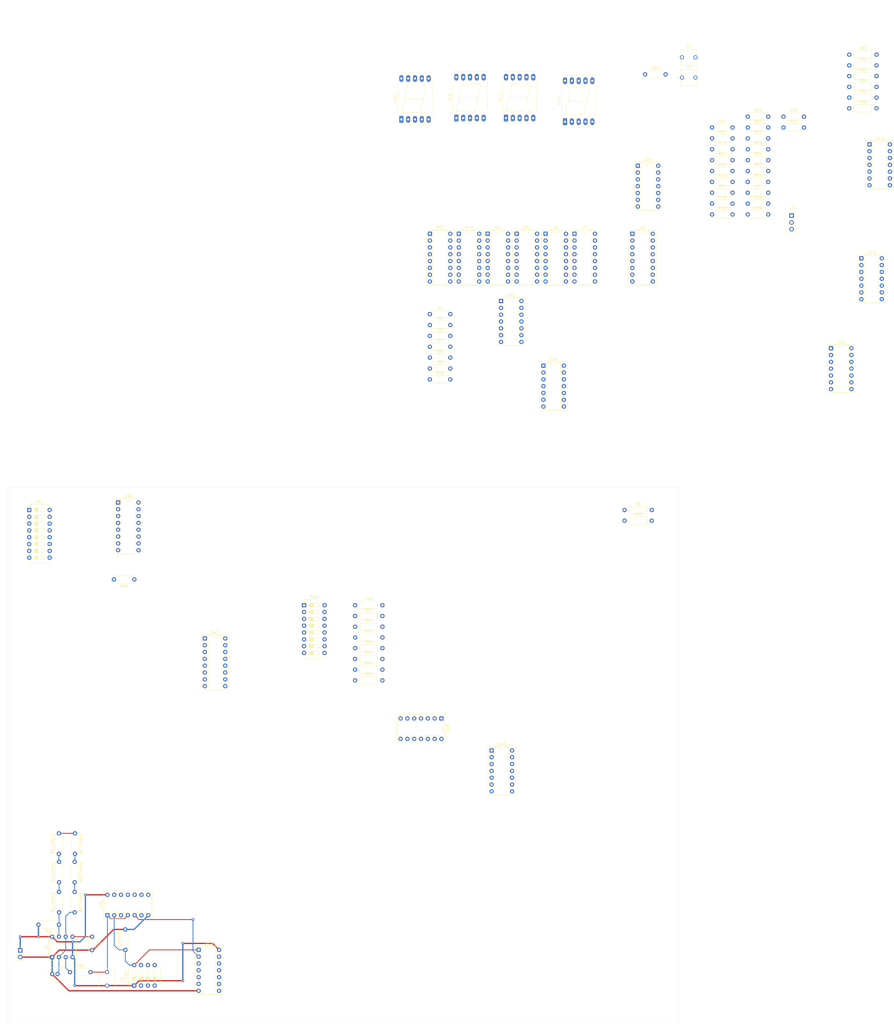
<source format=kicad_pcb>
(kicad_pcb (version 20241229) (generator "pcbnew") (generator_version "9.0")
  (layers (0 "F.Cu" signal) (2 "B.Cu" signal) (13 "F.Paste" user) (15 "B.Paste" user) (5 "F.SilkS" user "F.Silkscreen") (7 "B.SilkS" user "B.Silkscreen") (1 "F.Mask" user) (3 "B.Mask" user) (25 "Edge.Cuts" user))
  (net 0 "")
  (net 1 "Net-(U1-THRES)")
  (net 2 "+5V")
  (net 3 "Net-(U1-DISCH)")
  (net 4 "Net-(U6-a)")
  (net 5 "Net-(U1-OUT)")
  (net 6 "Net-(U14-B)")
  (net 7 "Net-(U14-F)")
  (net 8 "Net-(U14-A)")
  (net 9 "Net-(U14-C)")
  (net 10 "Net-(U14-G)")
  (net 11 "Net-(U14-D)")
  (net 12 "Net-(U14-E)")
  (net 13 "Net-(U15-B)")
  (net 14 "Net-(U15-D)")
  (net 15 "Net-(U15-E)")
  (net 16 "Net-(U15-A)")
  (net 17 "Net-(U15-C)")
  (net 18 "Net-(U15-F)")
  (net 19 "Net-(U15-G)")
  (net 20 "Net-(U16-B)")
  (net 21 "Net-(U16-E)")
  (net 22 "Net-(U16-F)")
  (net 23 "Net-(U16-A)")
  (net 24 "Net-(U16-G)")
  (net 25 "Net-(U16-C)")
  (net 26 "Net-(U16-D)")
  (net 27 "Net-(U17-G)")
  (net 28 "Net-(U17-A)")
  (net 29 "Net-(U17-D)")
  (net 30 "Net-(U17-C)")
  (net 31 "Net-(U17-B)")
  (net 32 "Net-(U17-F)")
  (net 33 "Net-(U17-E)")
  (net 34 "Net-(U6-b)")
  (net 35 "Net-(U6-c)")
  (net 36 "Net-(U6-d)")
  (net 37 "Net-(U6-e)")
  (net 38 "Net-(U6-f)")
  (net 39 "Net-(U6-g)")
  (net 40 "Net-(U4-a)")
  (net 41 "Net-(U4-b)")
  (net 42 "Net-(U4-c)")
  (net 43 "Net-(U4-d)")
  (net 44 "Net-(U4-e)")
  (net 45 "Net-(U4-f)")
  (net 46 "Net-(U4-g)")
  (net 47 "Net-(U7-a)")
  (net 48 "Net-(U7-b)")
  (net 49 "Net-(U7-c)")
  (net 50 "Net-(U7-d)")
  (net 51 "Net-(U7-e)")
  (net 52 "Net-(U7-f)")
  (net 53 "Net-(U7-g)")
  (net 54 "Net-(U9-a)")
  (net 55 "Net-(U9-b)")
  (net 56 "Net-(U9-c)")
  (net 57 "Net-(U9-d)")
  (net 58 "Net-(U9-e)")
  (net 59 "Net-(U9-f)")
  (net 60 "Net-(U9-g)")
  (net 61 "Net-(U10-I0d)")
  (net 62 "Net-(U10-I0c)")
  (net 63 "Net-(U10-I0a)")
  (net 64 "Net-(U11-3Y)")
  (net 65 "Net-(U11-2A)")
  (net 66 "Net-(U11-1A)")
  (net 67 "Net-(U11-3A)")
  (net 68 "Net-(U12-I)")
  (net 69 "Net-(U18-1A)")
  (net 70 "Net-(U12-H)")
  (net 71 "Net-(U18-1B)")
  (net 72 "Net-(U18-2A)")
  (net 73 "Net-(U13-1Y)")
  (net 74 "Net-(J2-Pin_2)")
  (net 77 "Net-(U20-1A)")
  (net 78 "Net-(U19-1Y)")
  (net 79 "Net-(U10-S)")
  (net 89 "Net-(U20-3A)")
  (net 91 "Net-(U18-2Y)")
  (net 92 "Net-(U18-1Y)")
  (net 95 "Net-(U12-L*G+H+I)")
  (net 97 "Net-(R1_Timer1-Pad2)")
  (net 98 "Net-(R2_Timer1-Pad2)")
  (net 99 "Net-(R3_Timer1-Pad2)")
  (net 100 "Net-(R4_Timer1-Pad2)")
  (net 101 "Net-(R5_Timer1-Pad2)")
  (net 110 "Net-(U24-2B)")
  (net 112 "GND")
  (net 113 "Net-(U10-I0b)")
  (net 125 "Net-(U19-2Y)")
  (net 140 "Net-(MT1-QB)")
  (net 141 "Net-(MT1-DOWN)")
  (net 142 "Net-(MT1-B)")
  (net 143 "Net-(MT1-QA)")
  (net 145 "Net-(MT1-D)")
  (net 146 "Net-(MT1-CLR)")
  (net 147 "Net-(MT1-~{LOAD})")
  (net 148 "Net-(MT1-UP)")
  (net 149 "Net-(MT1-QD)")
  (net 150 "Net-(MT1-C)")
  (net 151 "Net-(MT1-QC)")
  (net 153 "Net-(MT1-A)")
  (net 154 "Net-(MU1-DOWN)")
  (net 155 "Net-(MU1-A)")
  (net 156 "Net-(MU1-B)")
  (net 157 "Net-(MU1-QA)")
  (net 158 "Net-(MU1-QC)")
  (net 159 "Net-(MU1-QB)")
  (net 160 "Net-(MU1-D)")
  (net 161 "Net-(MU1-UP)")
  (net 162 "Net-(MU1-QD)")
  (net 163 "Net-(MU1-C)")
  (net 164 "Net-(SU1-A)")
  (net 165 "Net-(SU1-B)")
  (net 166 "Net-(SU1-C)")
  (net 167 "Net-(SU1-D)")
  (net 169 "Net-(ST1-DOWN)")
  (net 170 "Net-(ST1-~{LOAD})")
  (net 171 "Net-(ST1-C)")
  (net 172 "Net-(ST1-QD)")
  (net 173 "Net-(ST1-B)")
  (net 174 "Net-(ST1-A)")
  (net 175 "Net-(ST1-QA)")
  (net 176 "Net-(ST1-D)")
  (net 177 "Net-(ST1-QB)")
  (net 178 "Net-(ST1-UP)")
  (net 179 "Net-(ST1-CLR)")
  (net 180 "Net-(ST1-QC)")
  (net 181 "Net-(SU1-DOWN)")
  (net 182 "Net-(SU1-QC)")
  (net 183 "Net-(SU1-QD)")
  (net 184 "Net-(SU1-QB)")
  (net 185 "Net-(SU1-UP)")
  (net 186 "Net-(SU1-QA)")
  (net 187 "Net-(U1-CONT)")
  (net 189 "Net-(U13-6Y)")
  (footprint "Resistor_THT:R_Axial_DIN0207_L6.3mm_D2.5mm_P10.16mm_Horizontal" (layer "F.Cu") (at 129.42 68)
    (property "Reference" "R46")
    (property "Value" "330")
  )
  (footprint "Connector_PinSocket_2.54mm:PinSocket_1x03_P2.54mm_Vertical" (layer "F.Cu") (at 292.08 -101.175)
    (property "Reference" "J2")
    (property "Value" "Conn_01x03_Socket")
  )
  (footprint "Resistor_THT:R_Axial_DIN0207_L6.3mm_D2.5mm_P7.62mm_Horizontal" (layer "F.Cu") (at 275.775 -121.835)
    (property "Reference" "R24")
    (property "Value" "330")
  )
  (footprint "Resistor_THT:R_Axial_DIN0207_L6.3mm_D2.5mm_P10.16mm_Horizontal" (layer "F.Cu") (at 129.42 44)
    (property "Reference" "R40")
    (property "Value" "330")
  )
  (footprint "Resistor_THT:R_Axial_DIN0207_L6.3mm_D2.5mm_P7.62mm_Horizontal" (layer "F.Cu") (at 275.775 -117.785)
    (property "Reference" "R25")
    (property "Value" "330")
  )
  (footprint "Resistor_THT:R_Axial_DIN0207_L6.3mm_D2.5mm_P7.62mm_Horizontal" (layer "F.Cu") (at 275.775 -101.585)
    (property "Reference" "R29")
    (property "Value" "330")
  )
  (footprint "Footprints:SW_BUTT-2" (layer "F.Cu") (at 253.745 -152.585)
    (property "Reference" "S4")
    (property "Value" "BUTT-2")
  )
  (footprint "Package_DIP:DIP-16_W7.62mm_Socket" (layer "F.Cu") (at 168.06 -94.4)
    (property "Reference" "MU1")
    (property "Value" "74LS192")
  )
  (footprint "Button_Switch_THT:SW_DIP_SPSTx08_Slide_6.7x21.88mm_W7.62mm_P2.54mm_LowProfile" (layer "F.Cu") (at 7.96 8.5)
    (property "Reference" "SW1")
    (property "Value" "SW_DIP_x08")
  )
  (footprint "Resistor_THT:R_Axial_DIN0207_L6.3mm_D2.5mm_P7.62mm_Horizontal" (layer "F.Cu") (at 43.8 172.4 90)
    (property "Reference" "R_Mode1")
    (property "Value" "330")
  )
  (footprint "Resistor_THT:R_Axial_DIN0207_L6.3mm_D2.5mm_P7.62mm_Horizontal" (layer "F.Cu") (at 262.465 -121.835)
    (property "Reference" "R14")
    (property "Value" "330")
  )
  (footprint "Resistor_THT:R_Axial_DIN0207_L6.3mm_D2.5mm_P7.62mm_Horizontal" (layer "F.Cu") (at 262.465 -105.635)
    (property "Reference" "R18")
    (property "Value" "330")
  )
  (footprint "Resistor_THT:R_Axial_DIN0207_L6.3mm_D2.5mm_P7.62mm_Horizontal" (layer "F.Cu") (at 23.18 180.7)
    (property "Reference" "R39")
    (property "Value" "330")
  )
  (footprint "Resistor_THT:R_Axial_DIN0207_L6.3mm_D2.5mm_P7.62mm_Horizontal" (layer "F.Cu") (at 47.13 34.4 180)
    (property "Reference" "R49")
    (property "Value" "330")
  )
  (footprint "Display_7Segment:7SegmentLED_LTS6760_LTS6780" (layer "F.Cu") (at 185.665 -137.515 90)
    (property "Reference" "U17")
    (property "Value" "HDSP-A151")
  )
  (footprint "Resistor_THT:R_Axial_DIN0207_L6.3mm_D2.5mm_P10.16mm_Horizontal" (layer "F.Cu") (at 129.42 72)
    (property "Reference" "R47")
    (property "Value" "330")
  )
  (footprint "Resistor_THT:R_Axial_DIN0207_L6.3mm_D2.5mm_P7.62mm_Horizontal" (layer "F.Cu") (at 262.465 -113.735)
    (property "Reference" "R16")
    (property "Value" "330")
  )
  (footprint "Resistor_THT:R_Axial_DIN0207_L6.3mm_D2.5mm_P10.16mm_Horizontal" (layer "F.Cu") (at 313.585 -161.135)
    (property "Reference" "R33")
    (property "Value" "330")
  )
  (footprint "Resistor_THT:R_Axial_DIN0207_L6.3mm_D2.5mm_P7.62mm_Horizontal" (layer "F.Cu") (at 275.775 -113.735)
    (property "Reference" "R26")
    (property "Value" "330")
  )
  (footprint "Package_DIP:DIP-14_W7.62mm_Socket" (layer "F.Cu") (at 234.775 -119.755)
    (property "Reference" "U23")
    (property "Value" "SN74HC32N")
  )
  (footprint "Resistor_THT:R_Axial_DIN0207_L6.3mm_D2.5mm_P7.62mm_Horizontal" (layer "F.Cu") (at 25 128.99 -90)
    (property "Reference" "R4_Timer1")
    (property "Value" "10k")
  )
  (footprint "Resistor_THT:R_Axial_DIN0207_L6.3mm_D2.5mm_P10.16mm_Horizontal" (layer "F.Cu") (at 313.585 -149.135)
    (property "Reference" "R36")
    (property "Value" "330")
  )
  (footprint "Footprints:SW_BUTT-2" (layer "F.Cu") (at 253.745 -160.135)
    (property "Reference" "S3")
    (property "Value" "BUTT-2")
  )
  (footprint "Resistor_THT:R_Axial_DIN0207_L6.3mm_D2.5mm_P10.16mm_Horizontal" (layer "F.Cu") (at 313.585 -157.135)
    (property "Reference" "R34")
    (property "Value" "330")
  )
  (footprint "Button_Switch_THT:SW_DIP_SPSTx08_Slide_6.7x21.88mm_W7.62mm_P2.54mm_LowProfile" (layer "F.Cu") (at 110.4 44)
    (property "Reference" "SW3")
    (property "Value" "SW_DIP_x08")
  )
  (footprint "Resistor_THT:R_Axial_DIN0207_L6.3mm_D2.5mm_P10.16mm_Horizontal" (layer "F.Cu") (at 229.84 12.5)
    (property "Reference" "R32")
    (property "Value" "330")
  )
  (footprint "Resistor_THT:R_Axial_DIN0207_L6.3mm_D2.5mm_P10.16mm_Horizontal" (layer "F.Cu") (at 229.84 8.5)
    (property "Reference" "R3")
    (property "Value" "330")
  )
  (footprint "Resistor_THT:R_Axial_DIN0207_L6.3mm_D2.5mm_P7.62mm_Horizontal" (layer "F.Cu") (at 157.27 -56.35)
    (property "Reference" "R6")
    (property "Value" "330")
  )
  (footprint "Resistor_THT:R_Axial_DIN0207_L6.3mm_D2.5mm_P10.16mm_Horizontal" (layer "F.Cu") (at 313.585 -145.135)
    (property "Reference" "R37")
    (property "Value" "330")
  )
  (footprint "Resistor_THT:R_Axial_DIN0207_L6.3mm_D2.5mm_P7.62mm_Horizontal" (layer "F.Cu") (at 262.465 -125.885)
    (property "Reference" "R13")
    (property "Value" "330")
  )
  (footprint "Connector_PinSocket_2.54mm:PinSocket_1x02_P2.54mm_Vertical" (layer "F.Cu") (at 4.6 172.56)
    (property "Reference" "J1" (hide yes))
    (property "Value" "Conn_01x02_Socket")
  )
  (footprint "Package_DIP:DIP-14_W7.62mm_Socket" (layer "F.Cu") (at 321.125 -127.715)
    (property "Reference" "U11")
    (property "Value" "SN74HC04N")
  )
  (footprint "Package_DIP:DIP-16_W7.62mm_Socket" (layer "F.Cu") (at 157.28 -94.4)
    (property "Reference" "MT1")
    (property "Value" "74LS192")
  )
  (footprint "Resistor_THT:R_Axial_DIN0207_L6.3mm_D2.5mm_P7.62mm_Horizontal" (layer "F.Cu") (at 157.27 -52.3)
    (property "Reference" "R7")
    (property "Value" "330")
  )
  (footprint "Resistor_THT:R_Axial_DIN0207_L6.3mm_D2.5mm_P7.62mm_Horizontal" (layer "F.Cu") (at 19.1 158.41 90)
    (property "Reference" "R1_Timer1")
    (property "Value" "22k")
  )
  (footprint "Package_DIP:DIP-16_W7.62mm_Socket" (layer "F.Cu") (at 73.4 56.36)
    (property "Reference" "SU1")
    (property "Value" "74LS192")
  )
  (footprint "Resistor_THT:R_Axial_DIN0207_L6.3mm_D2.5mm_P7.62mm_Horizontal" (layer "F.Cu") (at 157.27 -48.25)
    (property "Reference" "R8")
    (property "Value" "330")
  )
  (footprint "Resistor_THT:R_Axial_DIN0207_L6.3mm_D2.5mm_P7.62mm_Horizontal" (layer "F.Cu") (at 275.775 -125.885)
    (property "Reference" "R23")
    (property "Value" "330")
  )
  (footprint "Resistor_THT:R_Axial_DIN0207_L6.3mm_D2.5mm_P7.62mm_Horizontal" (layer "F.Cu") (at 157.27 -64.45)
    (property "Reference" "R4")
    (property "Value" "330")
  )
  (footprint "Resistor_THT:R_Axial_DIN0207_L6.3mm_D2.5mm_P7.62mm_Horizontal" (layer "F.Cu") (at 289.085 -133.985)
    (property "Reference" "R31")
    (property "Value" "330")
  )
  (footprint "Package_DIP:DIP-14_W7.62mm_Socket" (layer "F.Cu") (at 183.785 -69.335)
    (property "Reference" "U22")
    (property "Value" "CD4023BE")
  )
  (footprint "Display_7Segment:7SegmentLED_LTS6760_LTS6780" (layer "F.Cu") (at 207.665 -136.165 90)
    (property "Reference" "U14")
    (property "Value" "HDSP-A151")
  )
  (footprint "Package_DIP:DIP-14_W7.62mm_Socket" (layer "F.Cu") (at 37.1 159.5 90)
    (property "Reference" "U20")
    (property "Value" "SN74HC32N")
  )
  (footprint "Resistor_THT:R_Axial_DIN0207_L6.3mm_D2.5mm_P10.16mm_Horizontal" (layer "F.Cu") (at 129.42 48)
    (property "Reference" "R41")
    (property "Value" "330")
  )
  (footprint "Resistor_THT:R_Axial_DIN0207_L6.3mm_D2.5mm_P7.62mm_Horizontal" (layer "F.Cu") (at 262.465 -129.935)
    (property "Reference" "R12")
    (property "Value" "330")
  )
  (footprint "Package_DIP:DIP-16_W7.62mm_Socket" (layer "F.Cu") (at 41.09 5.71)
    (property "Reference" "U10")
    (property "Value" "74LS157")
  )
  (footprint "Package_DIP:DIP-14_W7.62mm_Socket" (layer "F.Cu") (at 180.3 98.1)
    (property "Reference" "U19")
    (property "Value" "SN74HC08N")
  )
  (footprint "Resistor_THT:R_Axial_DIN0207_L6.3mm_D2.5mm_P7.62mm_Horizontal" (layer "F.Cu") (at 275.775 -138.035)
    (property "Reference" "R20")
    (property "Value" "330")
  )
  (footprint "Resistor_THT:R_Axial_DIN0207_L6.3mm_D2.5mm_P7.62mm_Horizontal" (layer "F.Cu") (at 262.465 -133.985)
    (property "Reference" "R11")
    (property "Value" "330")
  )
  (footprint "Capacitor_THT:C_Disc_D5.0mm_W2.5mm_P5.00mm" (layer "F.Cu") (at 31.4 167.5 -90)
    (property "Reference" "C2")
    (property "Value" "10n")
  )
  (footprint "Package_DIP:DIP-16_W7.62mm_Socket" (layer "F.Cu") (at 211.18 -94.4)
    (property "Reference" "U7")
    (property "Value" "74LS47")
  )
  (footprint "Resistor_THT:R_Axial_DIN0207_L6.3mm_D2.5mm_P7.62mm_Horizontal" (layer "F.Cu") (at 19.1 147.21 90)
    (property "Reference" "R2_Timer1")
    (property "Value" "22k")
  )
  (footprint "Package_DIP:DIP-16_W7.62mm_Socket" (layer "F.Cu") (at 232.74 -94.4)
    (property "Reference" "U9")
    (property "Value" "74LS47")
  )
  (footprint "Resistor_THT:R_Axial_DIN0207_L6.3mm_D2.5mm_P7.62mm_Horizontal" (layer "F.Cu") (at 157.27 -60.4)
    (property "Reference" "R5")
    (property "Value" "330")
  )
  (footprint "Capacitor_THT:C_Radial_D5.0mm_H11.0mm_P2.00mm" (layer "F.Cu") (at 18.5 181.4 180)
    (property "Reference" "C1")
    (property "Value" "10u")
  )
  (footprint "Resistor_THT:R_Axial_DIN0207_L6.3mm_D2.5mm_P7.62mm_Horizontal" (layer "F.Cu") (at 275.775 -133.985)
    (property "Reference" "R21")
    (property "Value" "330")
  )
  (footprint "Resistor_THT:R_Axial_DIN0207_L6.3mm_D2.5mm_P7.62mm_Horizontal" (layer "F.Cu") (at 262.465 -109.685)
    (property "Reference" "R17")
    (property "Value" "330")
  )
  (footprint "Resistor_THT:R_Axial_DIN0207_L6.3mm_D2.5mm_P10.16mm_Horizontal" (layer "F.Cu") (at 313.585 -153.135)
    (property "Reference" "R35")
    (property "Value" "330")
  )
  (footprint "Package_DIP:DIP-16_W7.62mm_Socket" (layer "F.Cu") (at 178.84 -94.4)
    (property "Reference" "U4")
    (property "Value" "74LS47")
  )
  (footprint "Package_DIP:DIP-14_W7.62mm_Socket" (layer "F.Cu") (at 199.595 -45.25)
    (property "Reference" "U24")
    (property "Value" "SN74HC08N")
  )
  (footprint "Resistor_THT:R_Axial_DIN0207_L6.3mm_D2.5mm_P10.16mm_Horizontal" (layer "F.Cu") (at 129.44 60)
    (property "Reference" "R44")
    (property "Value" "330")
  )
  (footprint "Package_DIP:DIP-16_W7.62mm_Socket" (layer "F.Cu") (at 189.62 -94.4)
    (property "Reference" "ST1")
    (property "Value" "74LS192")
  )
  (footprint "Resistor_THT:R_Axial_DIN0207_L6.3mm_D2.5mm_P7.62mm_Horizontal" (layer "F.Cu") (at 262.465 -101.585)
    (property "Reference" "R19")
    (property "Value" "330")
  )
  (footprint "Resistor_THT:R_Axial_DIN0207_L6.3mm_D2.5mm_P7.62mm_Horizontal" (layer "F.Cu") (at 24.9 150.8 -90)
    (property "Reference" "R6_Timer1")
    (property "Value" "10k")
  )
  (footprint "Resistor_THT:R_Axial_DIN0207_L6.3mm_D2.5mm_P7.62mm_Horizontal" (layer "F.Cu") (at 289.085 -138.035)
    (property "Reference" "R30")
    (property "Value" "330")
  )
  (footprint "Package_DIP:DIP-14_W7.62mm_Socket" (layer "F.Cu") (at 71.1 172.4)
    (property "Reference" "U13")
    (property "Value" "SN74HC04N")
  )
  (footprint "Package_DIP:DIP-8_W7.62mm_Socket" (layer "F.Cu") (at 16.49 175.11 90)
    (property "Reference" "U1")
    (property "Value" "NE555P")
  )
  (footprint "Resistor_THT:R_Axial_DIN0207_L6.3mm_D2.5mm_P7.62mm_Horizontal" (layer "F.Cu") (at 157.27 -44.2)
    (property "Reference" "R9")
    (property "Value" "330")
  )
  (footprint "Package_DIP:DIP-14_W7.62mm_Socket" (layer "F.Cu") (at 306.775 -51.755)
    (property "Reference" "U21")
    (property "Value" "CD4075BE")
  )
  (footprint "Package_DIP:DIP-14_W7.62mm_Socket" (layer "F.Cu") (at 161.6 86.18 -90)
    (property "Reference" "U18")
    (property "Value" "SN74HC32N")
  )
  (footprint "Resistor_THT:R_Axial_DIN0207_L6.3mm_D2.5mm_P7.62mm_Horizontal" (layer "F.Cu") (at 19 136.61 90)
    (property "Reference" "R3_Timer1")
    (property "Value" "10k")
  )
  (footprint "Resistor_THT:R_Axial_DIN0207_L6.3mm_D2.5mm_P7.62mm_Horizontal" (layer "F.Cu") (at 157.27 -40.15)
    (property "Reference" "R10")
    (property "Value" "330")
  )
  (footprint "Resistor_THT:R_Axial_DIN0207_L6.3mm_D2.5mm_P7.62mm_Horizontal" (layer "F.Cu") (at 24.9 139.6 -90)
    (property "Reference" "R5_Timer1")
    (property "Value" "10k")
  )
  (footprint "Display_7Segment:7SegmentLED_LTS6760_LTS6780" (layer "F.Cu") (at 167.165 -137.515 90)
    (property "Reference" "U16")
    (property "Value" "HDSP-A151")
  )
  (footprint "Button_Switch_THT:SW_DIP_SPSTx04_Slide_6.7x11.72mm_W7.62mm_P2.54mm_LowProfile" (layer "F.Cu") (at 47.1 185.7 90)
    (property "Reference" "SW2")
    (property "Value" "SW_DIP_x04")
  )
  (footprint "Resistor_THT:R_Axial_DIN0207_L6.3mm_D2.5mm_P10.16mm_Horizontal" (layer "F.Cu") (at 129.44 56)
    (property "Reference" "R43")
    (property "Value" "330")
  )
  (footprint "Resistor_THT:R_Axial_DIN0207_L6.3mm_D2.5mm_P7.62mm_Horizontal" (layer "F.Cu") (at 237.51 -153.785)
    (property "Reference" "R50")
    (property "Value" "10k")
  )
  (footprint "Resistor_THT:R_Axial_DIN0207_L6.3mm_D2.5mm_P10.16mm_Horizontal" (layer "F.Cu") (at 129.42 64)
    (property "Reference" "R45")
    (property "Value" "330")
  )
  (footprint "Display_7Segment:7SegmentLED_LTS6760_LTS6780" (layer "F.Cu") (at 146.665 -137.015 90)
    (property "Reference" "U15")
    (property "Value" "HDSP-A151")
  )
  (footprint "Package_DIP:DIP-16_W7.62mm_Socket" (layer "F.Cu") (at 200.4 -94.4)
    (property "Reference" "U6")
    (property "Value" "74LS47")
  )
  (footprint "Resistor_THT:R_Axial_DIN0207_L6.3mm_D2.5mm_P7.62mm_Horizontal" (layer "F.Cu") (at 275.775 -109.685)
    (property "Reference" "R27")
    (property "Value" "330")
  )
  (footprint "Package_DIP:DIP-14_W7.62mm_Socket" (layer "F.Cu") (at 318.105 -85.255)
    (property "Reference" "U12")
    (property "Value" "CD4075BE")
  )
  (footprint "Resistor_THT:R_Axial_DIN0207_L6.3mm_D2.5mm_P10.16mm_Horizontal" (layer "F.Cu") (at 129.44 52)
    (property "Reference" "R42")
    (property "Value" "330")
  )
  (footprint "Footprints:SW_BUTT-2" (layer "F.Cu") (at 37 183.2355 -90)
    (property "Reference" "S5")
    (property "Value" "BUTT-2")
  )
  (footprint "Resistor_THT:R_Axial_DIN0207_L6.3mm_D2.5mm_P7.62mm_Horizontal" (layer "F.Cu") (at 19.01 163 180)
    (property "Reference" "R1")
    (property "Value" "1k")
  )
  (footprint "Resistor_THT:R_Axial_DIN0207_L6.3mm_D2.5mm_P7.62mm_Horizontal" (layer "F.Cu") (at 262.465 -117.785)
    (property "Reference" "R15")
    (property "Value" "330")
  )
  (footprint "Resistor_THT:R_Axial_DIN0207_L6.3mm_D2.5mm_P10.16mm_Horizontal" (layer "F.Cu") (at 313.585 -141.135)
    (property "Reference" "R38")
    (property "Value" "330")
  )
  (footprint "Resistor_THT:R_Axial_DIN0207_L6.3mm_D2.5mm_P7.62mm_Horizontal" (layer "F.Cu") (at 275.775 -129.935)
    (property "Reference" "R22")
    (property "Value" "330")
  )
  (footprint "Resistor_THT:R_Axial_DIN0207_L6.3mm_D2.5mm_P7.62mm_Horizontal" (layer "F.Cu") (at 275.775 -105.635)
    (property "Reference" "R28")
    (property "Value" "330")
  )
  (gr_line (start 0 200) (end 250 200) (stroke (width 0.05)) (layer "Edge.Cuts"))
  (gr_line (start 250 200) (end 250 0) (stroke (width 0.05)) (layer "Edge.Cuts"))
  (gr_line (start 250 0) (end 0 0) (stroke (width 0.05)) (layer "Edge.Cuts"))
  (gr_line (start 0 0) (end 0 200) (stroke (width 0.05)) (layer "Edge.Cuts"))
  (segment (start 19.03 180.87) (end 18.5 181.4) (width 0.3) (layer "B.Cu") (net 1))
  (segment (start 23.08 158.42) (end 21.57 159.93) (width 0.3) (layer "B.Cu") (net 1))
  (segment (start 24.9 158.42) (end 23.08 158.42) (width 0.3) (layer "B.Cu") (net 1))
  (segment (start 21.57 172.53) (end 21.57 167.49) (width 0.3) (layer "B.Cu") (net 1))
  (segment (start 21.57 159.93) (end 21.57 167.49) (width 0.3) (layer "B.Cu") (net 1))
  (segment (start 19.03 175.07) (end 21.57 172.53) (width 0.3) (layer "B.Cu") (net 1))
  (segment (start 19.03 175.11) (end 19.03 180.87) (width 0.3) (layer "B.Cu") (net 1))
  (segment (start 19.03 175.11) (end 19.03 175.07) (width 0.3) (layer "B.Cu") (net 1))
  (segment (start 18.4 169.4) (end 16.49 167.49) (width 0.5) (layer "F.Cu") (net 2))
  (segment (start 47.1 185.7) (end 48.9 183.9) (width 0.5) (layer "F.Cu") (net 2))
  (segment (start 4.61 167.49) (end 11.4 167.49) (width 0.5) (layer "F.Cu") (net 2))
  (segment (start 37.0355 185.7) (end 37 185.7355) (width 0.5) (layer "F.Cu") (net 2))
  (segment (start 11.4 167.49) (end 16.49 167.49) (width 0.5) (layer "F.Cu") (net 2))
  (segment (start 76.32 170) (end 78.72 172.4) (width 0.5) (layer "F.Cu") (net 2))
  (segment (start 47.1 185.7) (end 37.0355 185.7) (width 0.5) (layer "F.Cu") (net 2))
  (segment (start 4.6 167.5) (end 4.61 167.49) (width 0.5) (layer "F.Cu") (net 2))
  (segment (start 24.909999 185.690001) (end 24.955498 185.7355) (width 0.5) (layer "F.Cu") (net 2))
  (segment (start 24.1 169.4) (end 18.4 169.4) (width 0.5) (layer "F.Cu") (net 2))
  (segment (start 24.955498 185.7355) (end 37 185.7355) (width 0.5) (layer "F.Cu") (net 2))
  (segment (start 65.2 170) (end 76.32 170) (width 0.5) (layer "F.Cu") (net 2))
  (segment (start 48.9 183.9) (end 65.2 183.9) (width 0.5) (layer "F.Cu") (net 2))
  (segment (start 28.9 151.88) (end 37.1 151.88) (width 0.5) (layer "F.Cu") (net 2))
  (via (at 4.6 167.5) (size 1) (drill 0.4) (layers "F.Cu" "B.Cu") (net 2))
  (via (at 65.2 170) (size 1) (drill 0.4) (layers "F.Cu" "B.Cu") (net 2))
  (via (at 28.9 151.88) (size 1) (drill 0.4) (layers "F.Cu" "B.Cu") (net 2))
  (via (at 11.4 167.49) (size 1) (drill 0.4) (layers "F.Cu" "B.Cu") (net 2))
  (via (at 65.2 183.9) (size 1) (drill 0.4) (layers "F.Cu" "B.Cu") (net 2))
  (via (at 24.1 169.4) (size 1) (drill 0.4) (layers "F.Cu" "B.Cu") (net 2))
  (via (at 24.909999 185.690001) (size 1) (drill 0.4) (layers "F.Cu" "B.Cu") (net 2))
  (segment (start 65.2 183.9) (end 65.2 170) (width 0.5) (layer "B.Cu") (net 2))
  (segment (start 24.11 175.11) (end 24.11 169.41) (width 0.5) (layer "B.Cu") (net 2))
  (segment (start 24.11 175.11) (end 24.909999 175.909999) (width 0.5) (layer "B.Cu") (net 2))
  (segment (start 24.909999 175.909999) (end 24.909999 185.690001) (width 0.5) (layer "B.Cu") (net 2))
  (segment (start 28.9 151.88) (end 28.9 167.4) (width 0.5) (layer "B.Cu") (net 2))
  (segment (start 11.4 167.49) (end 11.4 163.01) (width 0.5) (layer "B.Cu") (net 2))
  (segment (start 24.11 169.41) (end 24.1 169.4) (width 0.5) (layer "B.Cu") (net 2))
  (segment (start 26.9 169.4) (end 24.1 169.4) (width 0.5) (layer "B.Cu") (net 2))
  (segment (start 28.9 167.4) (end 26.9 169.4) (width 0.5) (layer "B.Cu") (net 2))
  (segment (start 4.6 172.56) (end 4.6 167.5) (width 0.5) (layer "B.Cu") (net 2))
  (segment (start 11.4 163.01) (end 11.39 163) (width 0.5) (layer "B.Cu") (net 2))
  (segment (start 19.01 167.47) (end 19.03 167.49) (width 0.3) (layer "B.Cu") (net 3))
  (segment (start 19.01 163) (end 19.01 162.69) (width 0.3) (layer "B.Cu") (net 3))
  (segment (start 19.01 163) (end 19.01 167.47) (width 0.3) (layer "B.Cu") (net 3))
  (segment (start 19.01 162.69) (end 19.1 162.6) (width 0.3) (layer "B.Cu") (net 3))
  (segment (start 19.1 162.6) (end 19.1 158.41) (width 0.3) (layer "B.Cu") (net 3))
  (segment (start 21.57 175.11) (end 21.57 179.09) (width 0.3) (layer "B.Cu") (net 5))
  (segment (start 21.57 179.09) (end 23.18 180.7) (width 0.3) (layer "B.Cu") (net 5))
  (segment (start 52.78 172.4) (end 47.1 178.08) (width 0.3) (layer "F.Cu") (net 67))
  (segment (start 71.1 172.4) (end 52.78 172.4) (width 0.3) (layer "F.Cu") (net 67))
  (segment (start 39.64 170.64) (end 39.64 159.5) (width 0.3) (layer "B.Cu") (net 67))
  (segment (start 47.2 177.98) (end 47.1 178.08) (width 0.3) (layer "B.Cu") (net 67))
  (segment (start 43.8 172.4) (end 41.4 172.4) (width 0.3) (layer "B.Cu") (net 67))
  (segment (start 47.1 178.08) (end 45.28 178.08) (width 0.3) (layer "B.Cu") (net 67))
  (segment (start 45.28 178.08) (end 43.8 176.6) (width 0.3) (layer "B.Cu") (net 67))
  (segment (start 41.4 172.4) (end 39.64 170.64) (width 0.3) (layer "B.Cu") (net 67))
  (segment (start 43.8 176.6) (end 43.8 172.4) (width 0.3) (layer "B.Cu") (net 67))
  (segment (start 47.26 159.5) (end 48.86 161.1) (width 0.3) (layer "F.Cu") (net 73))
  (segment (start 48.86 161.1) (end 69 161.1) (width 0.3) (layer "F.Cu") (net 73))
  (via (at 69 161.1) (size 1) (drill 0.4) (layers "F.Cu" "B.Cu") (net 73))
  (segment (start 69 161.1) (end 69 172.84) (width 0.3) (layer "B.Cu") (net 73))
  (segment (start 69 172.84) (end 71.1 174.94) (width 0.3) (layer "B.Cu") (net 73))
  (segment (start 36.9645 180.7) (end 37 180.7355) (width 0.3) (layer "F.Cu") (net 77))
  (segment (start 30.8 180.7) (end 36.9645 180.7) (width 0.3) (layer "F.Cu") (net 77))
  (segment (start 43.469 160.751) (end 44.72 159.5) (width 0.3) (layer "F.Cu") (net 77))
  (segment (start 37.1 159.5) (end 38.351 160.751) (width 0.3) (layer "F.Cu") (net 77))
  (segment (start 38.351 160.751) (end 43.469 160.751) (width 0.3) (layer "F.Cu") (net 77))
  (segment (start 37.1 159.5) (end 37.1 180.6355) (width 0.3) (layer "B.Cu") (net 77))
  (segment (start 37.1 180.6355) (end 37 180.7355) (width 0.3) (layer "B.Cu") (net 77))
  (segment (start 19.1 150.79) (end 19.1 147.21) (width 0.3) (layer "B.Cu") (net 97))
  (segment (start 19 139.49) (end 19.1 139.59) (width 0.3) (layer "B.Cu") (net 98))
  (segment (start 19 136.61) (end 19 139.49) (width 0.3) (layer "B.Cu") (net 98))
  (segment (start 19 128.99) (end 25 128.99) (width 0.3) (layer "F.Cu") (net 99))
  (segment (start 25 139.5) (end 24.9 139.6) (width 0.3) (layer "B.Cu") (net 100))
  (segment (start 25 136.61) (end 25 139.5) (width 0.3) (layer "B.Cu") (net 100))
  (segment (start 24.9 147.22) (end 24.9 150.8) (width 0.3) (layer "B.Cu") (net 101))
  (segment (start 4.6 175.1) (end 16.48 175.1) (width 0.5) (layer "F.Cu") (net 112))
  (segment (start 31.7 172.5) (end 39.42 164.78) (width 0.5) (layer "F.Cu") (net 112))
  (segment (start 16.48 175.1) (end 16.49 175.11) (width 0.5) (layer "F.Cu") (net 112))
  (segment (start 16.49 175.11) (end 19.1 172.5) (width 0.5) (layer "F.Cu") (net 112))
  (segment (start 31.4 172.5) (end 31.7 172.5) (width 0.5) (layer "F.Cu") (net 112))
  (segment (start 19.1 172.5) (end 31.4 172.5) (width 0.5) (layer "F.Cu") (net 112))
  (segment (start 22.74 187.64) (end 71.1 187.64) (width 0.5) (layer "F.Cu") (net 112))
  (segment (start 16.5 181.4) (end 22.74 187.64) (width 0.5) (layer "F.Cu") (net 112))
  (segment (start 39.42 164.78) (end 43.8 164.78) (width 0.5) (layer "F.Cu") (net 112))
  (segment (start 43.8 164.78) (end 47.06 164.78) (width 0.5) (layer "B.Cu") (net 112))
  (segment (start 47.06 164.78) (end 52.34 159.5) (width 0.5) (layer "B.Cu") (net 112))
  (segment (start 16.49 181.39) (end 16.5 181.4) (width 0.5) (layer "B.Cu") (net 112))
  (segment (start 16.49 175.11) (end 16.49 181.39) (width 0.5) (layer "B.Cu") (net 112))
  (segment (start 31.39 167.49) (end 31.4 167.5) (width 0.3) (layer "F.Cu") (net 187))
  (segment (start 24.11 167.49) (end 31.39 167.49) (width 0.3) (layer "F.Cu") (net 187))
)
</source>
